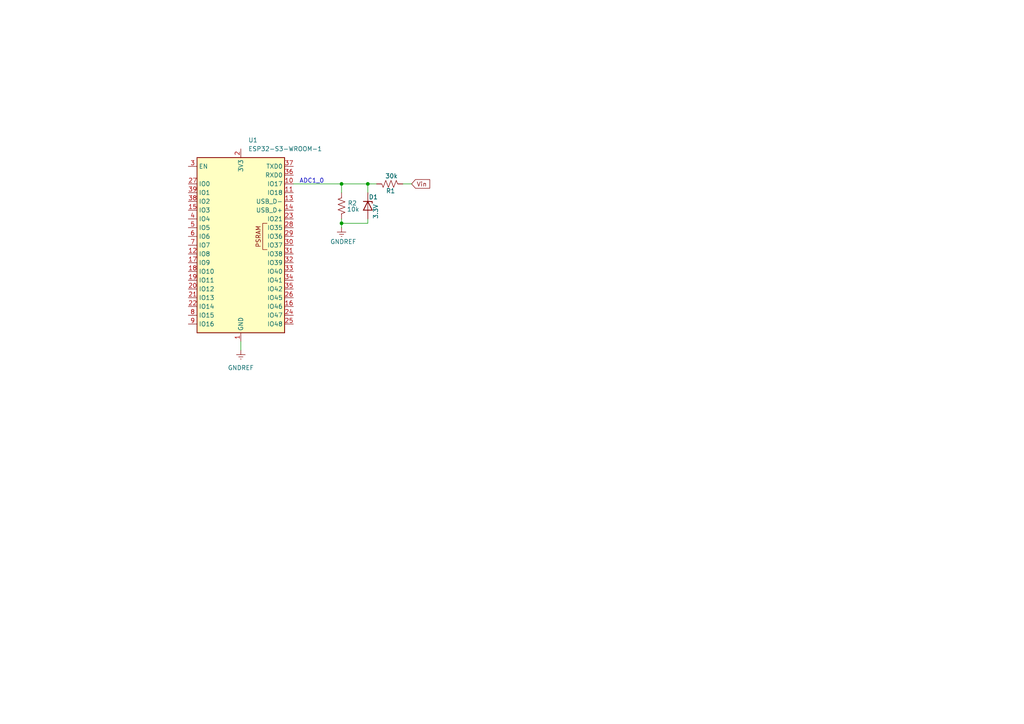
<source format=kicad_sch>
(kicad_sch (version 20250114) (generator "eeschema") (generator_version "9.0")
  (paper "A4")
  (lib_symbols
    (symbol "Device:D_Zener" (pin_numbers (hide yes)) (pin_names (offset 1.016) (hide yes))
      (property "Reference" "D" (at 0 2.54 0))
      (property "Value" "D_Zener" (at 0 -2.54 0))
      (symbol "D_Zener_0_1"
        (polyline (pts (xy -1.27 -1.27) (xy -1.27 1.27) (xy -0.762 1.27)) (stroke (width 0.254)))
        (polyline (pts (xy 1.27 0) (xy -1.27 0)))
        (polyline (pts (xy 1.27 -1.27) (xy 1.27 1.27) (xy -1.27 0) (xy 1.27 -1.27)) (stroke (width 0.254)))
      )
      (symbol "D_Zener_1_1"
        (pin passive line (at -3.81 0 0) (length 2.54) (name "K") (number "1"))
        (pin passive line (at 3.81 0 180) (length 2.54) (name "A") (number "2"))
      )
    )
    (symbol "Device:R_US" (pin_numbers (hide yes)) (pin_names (offset 0))
      (property "Reference" "R" (at 2.54 0 90))
      (property "Value" "R_US" (at -2.54 0 90))
      (symbol "R_US_0_1"
        (polyline (pts (xy 0 2.286) (xy 0 2.54)))
        (polyline (pts (xy 0 2.286) (xy 1.016 1.905) (xy 0 1.524) (xy -1.016 1.143) (xy 0 0.762)))
        (polyline (pts (xy 0 0.762) (xy 1.016 0.381) (xy 0 0) (xy -1.016 -0.381) (xy 0 -0.762)))
        (polyline (pts (xy 0 -0.762) (xy 1.016 -1.143) (xy 0 -1.524) (xy -1.016 -1.905) (xy 0 -2.286)))
        (polyline (pts (xy 0 -2.286) (xy 0 -2.54)))
      )
      (symbol "R_US_1_1"
        (pin passive line (at 0 3.81 270) (length 1.27) (name "~") (number "1"))
        (pin passive line (at 0 -3.81 90) (length 1.27) (name "~") (number "2"))
      )
    )
    (symbol "RF_Module:ESP32-S3-WROOM-1"
      (property "Reference" "U" (at -12.7 26.67 0))
      (property "Value" "ESP32-S3-WROOM-1" (at 12.7 26.67 0))
      (symbol "ESP32-S3-WROOM-1_0_0"
        (rectangle (start -12.7 25.4) (end 12.7 -25.4) (stroke (width 0.254)) (fill (type background)))
        (text "PSRAM" (at 5.08 2.54 900) (effects (font (size 1.27 1.27))))
      )
      (symbol "ESP32-S3-WROOM-1_0_1"
        (polyline (pts (xy 7.62 -1.27) (xy 6.35 -1.27) (xy 6.35 6.35) (xy 7.62 6.35)))
      )
      (symbol "ESP32-S3-WROOM-1_1_1"
        (pin input line (at -15.24 22.86 0) (length 2.54) (name "EN") (number "3"))
        (pin bidirectional line (at -15.24 17.78 0) (length 2.54) (name "IO0") (number "27"))
        (pin bidirectional line (at -15.24 15.24 0) (length 2.54) (name "IO1") (number "39"))
        (pin bidirectional line (at -15.24 12.7 0) (length 2.54) (name "IO2") (number "38"))
        (pin bidirectional line (at -15.24 10.16 0) (length 2.54) (name "IO3") (number "15"))
        (pin bidirectional line (at -15.24 7.62 0) (length 2.54) (name "IO4") (number "4"))
        (pin bidirectional line (at -15.24 5.08 0) (length 2.54) (name "IO5") (number "5"))
        (pin bidirectional line (at -15.24 2.54 0) (length 2.54) (name "IO6") (number "6"))
        (pin bidirectional line (at -15.24 0 0) (length 2.54) (name "IO7") (number "7"))
        (pin bidirectional line (at -15.24 -2.54 0) (length 2.54) (name "IO8") (number "12"))
        (pin bidirectional line (at -15.24 -5.08 0) (length 2.54) (name "IO9") (number "17"))
        (pin bidirectional line (at -15.24 -7.62 0) (length 2.54) (name "IO10") (number "18"))
        (pin bidirectional line (at -15.24 -10.16 0) (length 2.54) (name "IO11") (number "19"))
        (pin bidirectional line (at -15.24 -12.7 0) (length 2.54) (name "IO12") (number "20"))
        (pin bidirectional line (at -15.24 -15.24 0) (length 2.54) (name "IO13") (number "21"))
        (pin bidirectional line (at -15.24 -17.78 0) (length 2.54) (name "IO14") (number "22"))
        (pin bidirectional line (at -15.24 -20.32 0) (length 2.54) (name "IO15") (number "8"))
        (pin bidirectional line (at -15.24 -22.86 0) (length 2.54) (name "IO16") (number "9"))
        (pin power_in line (at 0 27.94 270) (length 2.54) (name "3V3") (number "2"))
        (pin power_in line (at 0 -27.94 90) (length 2.54) (name "GND") (number "1"))
        (pin passive line (at 0 -27.94 90) (length 2.54) (hide yes) (name "GND") (number "40"))
        (pin passive line (at 0 -27.94 90) (length 2.54) (hide yes) (name "GND") (number "41"))
        (pin bidirectional line (at 15.24 22.86 180) (length 2.54) (name "TXD0") (number "37"))
        (pin bidirectional line (at 15.24 20.32 180) (length 2.54) (name "RXD0") (number "36"))
        (pin bidirectional line (at 15.24 17.78 180) (length 2.54) (name "IO17") (number "10"))
        (pin bidirectional line (at 15.24 15.24 180) (length 2.54) (name "IO18") (number "11"))
        (pin bidirectional line (at 15.24 12.7 180) (length 2.54) (name "USB_D-") (number "13"))
        (pin bidirectional line (at 15.24 10.16 180) (length 2.54) (name "USB_D+") (number "14"))
        (pin bidirectional line (at 15.24 7.62 180) (length 2.54) (name "IO21") (number "23"))
        (pin bidirectional line (at 15.24 5.08 180) (length 2.54) (name "IO35") (number "28"))
        (pin bidirectional line (at 15.24 2.54 180) (length 2.54) (name "IO36") (number "29"))
        (pin bidirectional line (at 15.24 0 180) (length 2.54) (name "IO37") (number "30"))
        (pin bidirectional line (at 15.24 -2.54 180) (length 2.54) (name "IO38") (number "31"))
        (pin bidirectional line (at 15.24 -5.08 180) (length 2.54) (name "IO39") (number "32"))
        (pin bidirectional line (at 15.24 -7.62 180) (length 2.54) (name "IO40") (number "33"))
        (pin bidirectional line (at 15.24 -10.16 180) (length 2.54) (name "IO41") (number "34"))
        (pin bidirectional line (at 15.24 -12.7 180) (length 2.54) (name "IO42") (number "35"))
        (pin bidirectional line (at 15.24 -15.24 180) (length 2.54) (name "IO45") (number "26"))
        (pin bidirectional line (at 15.24 -17.78 180) (length 2.54) (name "IO46") (number "16"))
        (pin bidirectional line (at 15.24 -20.32 180) (length 2.54) (name "IO47") (number "24"))
        (pin bidirectional line (at 15.24 -22.86 180) (length 2.54) (name "IO48") (number "25"))
      )
    )
    (symbol "power:GNDREF" (power) (pin_numbers (hide yes)) (pin_names (offset 0) (hide yes))
      (property "Value" "GNDREF" (at 0 -3.81 0))
      (symbol "GNDREF_0_1"
        (polyline (pts (xy -0.635 -1.905) (xy 0.635 -1.905)))
        (polyline (pts (xy -0.127 -2.54) (xy 0.127 -2.54)))
        (polyline (pts (xy 0 -1.27) (xy 0 0)))
        (polyline (pts (xy 1.27 -1.27) (xy -1.27 -1.27)))
      )
      (symbol "GNDREF_1_1"
        (pin power_in line (at 0 0 270) (length 0) (name "~") (number "1"))
      )
    )
  )
  (text "ADC1_0\n" (at 90.424 52.578 0) (effects (font (size 1.27 1.27))))
  (junction (at 106.68 53.34))
  (junction (at 99.06 64.77))
  (junction (at 99.06 53.34))
  (wire (pts (xy 106.68 53.34) (xy 109.22 53.34)))
  (wire (pts (xy 99.06 53.34) (xy 106.68 53.34)))
  (wire (pts (xy 99.06 64.77) (xy 99.06 66.04)))
  (wire (pts (xy 106.68 53.34) (xy 106.68 55.88)))
  (wire (pts (xy 99.06 53.34) (xy 99.06 55.88)))
  (wire (pts (xy 99.06 64.77) (xy 106.68 64.77)))
  (wire (pts (xy 69.85 99.06) (xy 69.85 101.6)))
  (wire (pts (xy 85.09 53.34) (xy 99.06 53.34)))
  (wire (pts (xy 106.68 64.77) (xy 106.68 63.5)))
  (wire (pts (xy 119.38 53.34) (xy 116.84 53.34)))
  (wire (pts (xy 99.06 63.5) (xy 99.06 64.77)))
  (global_label "Vin" (shape input) (at 119.38 53.34 0) (property "Intersheetrefs" "${INTERSHEET_REFS}" (effects (hide yes))))
  (symbol (lib_id "Device:R_US") (at 113.03 53.34 270) (mirror x) (unit 1)
    (property "Reference" "R1" (at 113.284 55.372 90))
    (property "Value" "30k" (at 113.538 51.054 90))
    (property "Description" "Resistor, US symbol" (effects (hide yes)))
  )
  (symbol (lib_id "RF_Module:ESP32-S3-WROOM-1") (at 69.85 71.12 0) (unit 1)
    (property "Reference" "U1" (at 71.9933 40.64 0) (effects (justify left)))
    (property "Value" "ESP32-S3-WROOM-1" (at 71.9933 43.18 0) (effects (justify left)))
    (property "Footprint" "RF_Module:ESP32-S3-WROOM-1" (effects (hide yes)))
    (property "Datasheet" "https://www.espressif.com/sites/default/files/documentation/esp32-s3-wroom-1_wroom-1u_datasheet_en.pdf" (effects (hide yes)))
    (property "Description" "RF Module, ESP32-S3 SoC, Wi-Fi 802.11b/g/n, Bluetooth, BLE, 32-bit, 3.3V, onboard antenna, SMD" (effects (hide yes)))
  )
  (symbol (lib_id "power:GNDREF") (at 99.06 66.04 0) (mirror y) (unit 1)
    (property "Reference" "#PWR01" (effects (hide yes)))
    (property "Value" "GNDREF" (at 99.568 70.104 0))
    (property "Description" "Power symbol creates a global label with name \"GNDREF\" , reference supply ground" (effects (hide yes)))
  )
  (symbol (lib_id "Device:D_Zener") (at 106.68 59.69 270) (unit 1)
    (property "Reference" "D1" (at 106.934 57.15 90) (effects (justify left)))
    (property "Value" "3.3V" (at 108.966 59.182 0) (effects (justify left)))
    (property "Description" "Zener diode" (effects (hide yes)))
  )
  (symbol (lib_id "power:GNDREF") (at 69.85 101.6 0) (mirror y) (unit 1)
    (property "Reference" "#PWR02" (effects (hide yes)))
    (property "Value" "GNDREF" (at 69.85 106.68 0))
    (property "Description" "Power symbol creates a global label with name \"GNDREF\" , reference supply ground" (effects (hide yes)))
  )
  (symbol (lib_id "Device:R_US") (at 99.06 59.69 0) (mirror y) (unit 1)
    (property "Reference" "R2" (at 100.838 58.928 0) (effects (justify right)))
    (property "Value" "10k" (at 100.584 60.706 0) (effects (justify right)))
    (property "Description" "Resistor, US symbol" (effects (hide yes)))
  )
)
</source>
